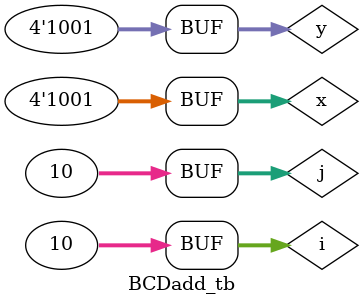
<source format=v>
module BCDadd(
    input[3:0] x, y,
    input ci,
    output[3:0] z,
    output co
);
    wire c01, c12, c23, c3o;
    wire z1s, z2s, z3s;

    FAC fac0(.x(x[0]), .y(y[0]), .ci(ci) , .co(c01), .z(z[0]));
    FAC fac1(.x(x[1]), .y(y[1]), .ci(c01), .co(c12), .z(z1s));
    FAC fac2(.x(x[2]), .y(y[2]), .ci(c12), .co(c23), .z(z2s));
    FAC fac3(.x(x[3]), .y(y[3]), .ci(c23), .co(c3o), .z(z3s));

    assign co = c3o | (z3s & z2s) | (z3s & z1s);

    wire cu12, cu23;

    HAC hac11(.x(z1s), .y(co), .c(cu12), .z(z[1]));
    FAC fac22(.x(z2s), .y(co), .ci(cu12), .co(cu23), .z(z[2]));

    assign z[3] = z3s ^ cu23;

endmodule

module BCDadd_tb;
    reg[3:0] x, y;
    reg ci;
    wire[3:0] z;
    wire co;

    BCDadd inst(.x(x), .y(y), .ci(ci), .z(z), .co(co));

    initial begin
        $display("x\ty\tci\t|\tco\tz");
        $monitor("%d\t%d\t%b\t|\t%b\t%d", x, y, ci, co, z);
    end

    integer i, j;
    initial begin
        {x, y} = 0;
        for ( i = 1 ; i < 10 ; i = i+1) begin
            #10 x = i; y = 0;
            for ( j = 1 ; j < 10 ; j = j+1) begin
                #10 y = j;
            end
        end
    end
endmodule
</source>
